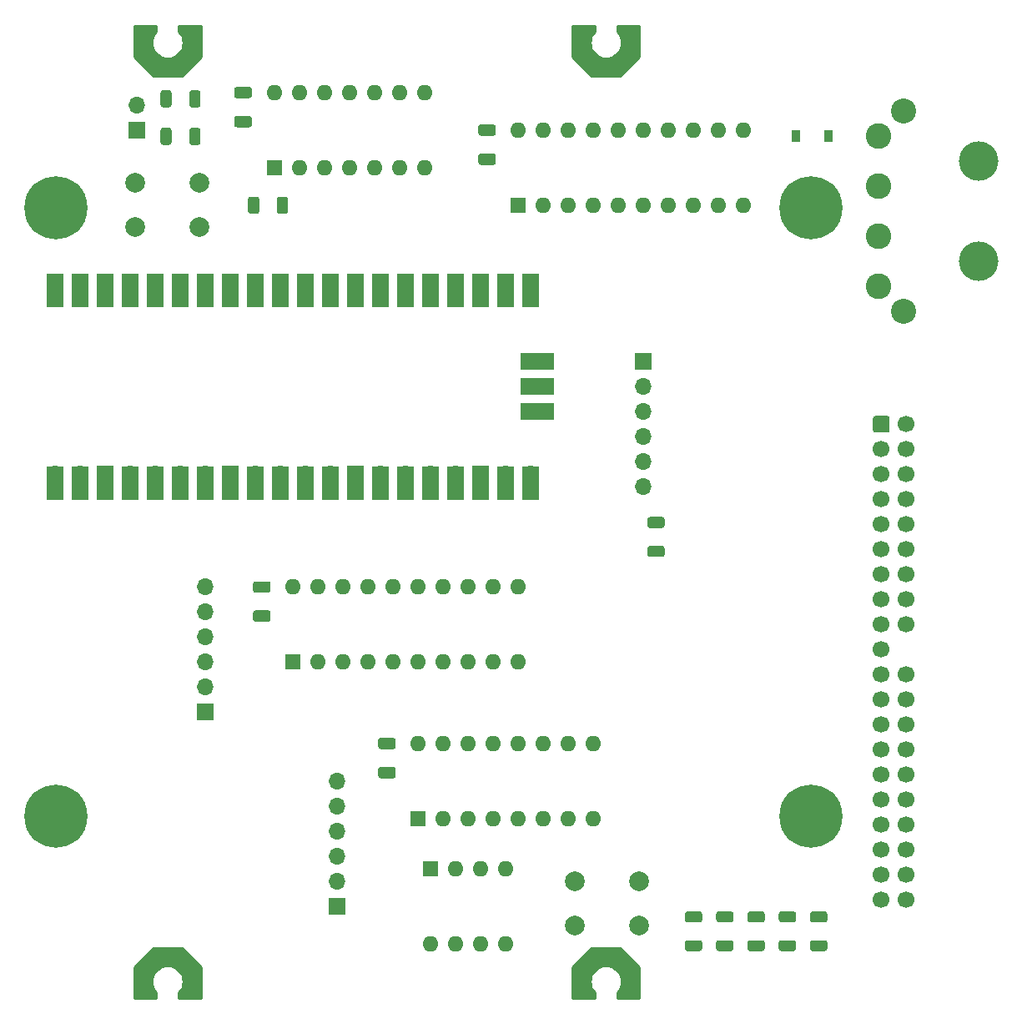
<source format=gbr>
%TF.GenerationSoftware,KiCad,Pcbnew,(5.1.9)-1*%
%TF.CreationDate,2021-10-24T18:26:44+08:00*%
%TF.ProjectId,XTA-35-TH,5854412d-3335-42d5-9448-2e6b69636164,rev?*%
%TF.SameCoordinates,Original*%
%TF.FileFunction,Soldermask,Top*%
%TF.FilePolarity,Negative*%
%FSLAX46Y46*%
G04 Gerber Fmt 4.6, Leading zero omitted, Abs format (unit mm)*
G04 Created by KiCad (PCBNEW (5.1.9)-1) date 2021-10-24 18:26:44*
%MOMM*%
%LPD*%
G01*
G04 APERTURE LIST*
%ADD10O,1.700000X1.700000*%
%ADD11R,1.700000X1.700000*%
%ADD12R,1.700000X3.500000*%
%ADD13R,3.500000X1.700000*%
%ADD14R,0.900000X1.200000*%
%ADD15O,1.600000X1.600000*%
%ADD16R,1.600000X1.600000*%
%ADD17C,1.700000*%
%ADD18C,1.000000*%
%ADD19C,2.000000*%
%ADD20C,2.540000*%
%ADD21C,4.000000*%
%ADD22C,2.600000*%
%ADD23C,6.400000*%
%ADD24C,0.254000*%
%ADD25C,0.100000*%
G04 APERTURE END LIST*
D10*
%TO.C,U5*%
X153035000Y-76200000D03*
X155575000Y-76200000D03*
D11*
X158115000Y-76200000D03*
D10*
X160655000Y-76200000D03*
X163195000Y-76200000D03*
X165735000Y-76200000D03*
X168275000Y-76200000D03*
D11*
X170815000Y-76200000D03*
D10*
X173355000Y-76200000D03*
X175895000Y-76200000D03*
X178435000Y-76200000D03*
X180975000Y-76200000D03*
D11*
X183515000Y-76200000D03*
D10*
X186055000Y-76200000D03*
X188595000Y-76200000D03*
X191135000Y-76200000D03*
X193675000Y-76200000D03*
D11*
X196215000Y-76200000D03*
D10*
X198755000Y-76200000D03*
X201295000Y-76200000D03*
X201295000Y-58420000D03*
X198755000Y-58420000D03*
D11*
X196215000Y-58420000D03*
D10*
X193675000Y-58420000D03*
X191135000Y-58420000D03*
X188595000Y-58420000D03*
X186055000Y-58420000D03*
D11*
X183515000Y-58420000D03*
D10*
X180975000Y-58420000D03*
X178435000Y-58420000D03*
X175895000Y-58420000D03*
X173355000Y-58420000D03*
D11*
X170815000Y-58420000D03*
D10*
X168275000Y-58420000D03*
X165735000Y-58420000D03*
X163195000Y-58420000D03*
X160655000Y-58420000D03*
D11*
X158115000Y-58420000D03*
D10*
X155575000Y-58420000D03*
X153035000Y-58420000D03*
D12*
X153035000Y-77100000D03*
X155575000Y-77100000D03*
X158115000Y-77100000D03*
X160655000Y-77100000D03*
X163195000Y-77100000D03*
X165735000Y-77100000D03*
X168275000Y-77100000D03*
X170815000Y-77100000D03*
X173355000Y-77100000D03*
X175895000Y-77100000D03*
X178435000Y-77100000D03*
X180975000Y-77100000D03*
X183515000Y-77100000D03*
X186055000Y-77100000D03*
X188595000Y-77100000D03*
X191135000Y-77100000D03*
X193675000Y-77100000D03*
X196215000Y-77100000D03*
X198755000Y-77100000D03*
X201295000Y-77100000D03*
X153035000Y-57520000D03*
X155575000Y-57520000D03*
X158115000Y-57520000D03*
X160655000Y-57520000D03*
X163195000Y-57520000D03*
X165735000Y-57520000D03*
X168275000Y-57520000D03*
X170815000Y-57520000D03*
X173355000Y-57520000D03*
X175895000Y-57520000D03*
X178435000Y-57520000D03*
X180975000Y-57520000D03*
X183515000Y-57520000D03*
X186055000Y-57520000D03*
X188595000Y-57520000D03*
X191135000Y-57520000D03*
X193675000Y-57520000D03*
X196215000Y-57520000D03*
X198755000Y-57520000D03*
X201295000Y-57520000D03*
D13*
X201965000Y-69850000D03*
D10*
X201065000Y-69850000D03*
D13*
X201965000Y-67310000D03*
D11*
X201065000Y-67310000D03*
D13*
X201965000Y-64770000D03*
D10*
X201065000Y-64770000D03*
%TD*%
D14*
%TO.C,D1*%
X231520000Y-41910000D03*
X228220000Y-41910000D03*
%TD*%
D15*
%TO.C,U3*%
X175260000Y-37465000D03*
X190500000Y-45085000D03*
X177800000Y-37465000D03*
X187960000Y-45085000D03*
X180340000Y-37465000D03*
X185420000Y-45085000D03*
X182880000Y-37465000D03*
X182880000Y-45085000D03*
X185420000Y-37465000D03*
X180340000Y-45085000D03*
X187960000Y-37465000D03*
X177800000Y-45085000D03*
X190500000Y-37465000D03*
D16*
X175260000Y-45085000D03*
%TD*%
D15*
%TO.C,U4*%
X189865000Y-103505000D03*
X207645000Y-111125000D03*
X192405000Y-103505000D03*
X205105000Y-111125000D03*
X194945000Y-103505000D03*
X202565000Y-111125000D03*
X197485000Y-103505000D03*
X200025000Y-111125000D03*
X200025000Y-103505000D03*
X197485000Y-111125000D03*
X202565000Y-103505000D03*
X194945000Y-111125000D03*
X205105000Y-103505000D03*
X192405000Y-111125000D03*
X207645000Y-103505000D03*
D16*
X189865000Y-111125000D03*
%TD*%
D15*
%TO.C,U1*%
X177165000Y-87630000D03*
X200025000Y-95250000D03*
X179705000Y-87630000D03*
X197485000Y-95250000D03*
X182245000Y-87630000D03*
X194945000Y-95250000D03*
X184785000Y-87630000D03*
X192405000Y-95250000D03*
X187325000Y-87630000D03*
X189865000Y-95250000D03*
X189865000Y-87630000D03*
X187325000Y-95250000D03*
X192405000Y-87630000D03*
X184785000Y-95250000D03*
X194945000Y-87630000D03*
X182245000Y-95250000D03*
X197485000Y-87630000D03*
X179705000Y-95250000D03*
X200025000Y-87630000D03*
D16*
X177165000Y-95250000D03*
%TD*%
D15*
%TO.C,U2*%
X200025000Y-41275000D03*
X222885000Y-48895000D03*
X202565000Y-41275000D03*
X220345000Y-48895000D03*
X205105000Y-41275000D03*
X217805000Y-48895000D03*
X207645000Y-41275000D03*
X215265000Y-48895000D03*
X210185000Y-41275000D03*
X212725000Y-48895000D03*
X212725000Y-41275000D03*
X210185000Y-48895000D03*
X215265000Y-41275000D03*
X207645000Y-48895000D03*
X217805000Y-41275000D03*
X205105000Y-48895000D03*
X220345000Y-41275000D03*
X202565000Y-48895000D03*
X222885000Y-41275000D03*
D16*
X200025000Y-48895000D03*
%TD*%
%TO.C,C2*%
G36*
G01*
X196199999Y-43650000D02*
X197500001Y-43650000D01*
G75*
G02*
X197750000Y-43899999I0J-249999D01*
G01*
X197750000Y-44550001D01*
G75*
G02*
X197500001Y-44800000I-249999J0D01*
G01*
X196199999Y-44800000D01*
G75*
G02*
X195950000Y-44550001I0J249999D01*
G01*
X195950000Y-43899999D01*
G75*
G02*
X196199999Y-43650000I249999J0D01*
G01*
G37*
G36*
G01*
X196199999Y-40700000D02*
X197500001Y-40700000D01*
G75*
G02*
X197750000Y-40949999I0J-249999D01*
G01*
X197750000Y-41600001D01*
G75*
G02*
X197500001Y-41850000I-249999J0D01*
G01*
X196199999Y-41850000D01*
G75*
G02*
X195950000Y-41600001I0J249999D01*
G01*
X195950000Y-40949999D01*
G75*
G02*
X196199999Y-40700000I249999J0D01*
G01*
G37*
%TD*%
%TO.C,C1*%
G36*
G01*
X173339999Y-90005000D02*
X174640001Y-90005000D01*
G75*
G02*
X174890000Y-90254999I0J-249999D01*
G01*
X174890000Y-90905001D01*
G75*
G02*
X174640001Y-91155000I-249999J0D01*
G01*
X173339999Y-91155000D01*
G75*
G02*
X173090000Y-90905001I0J249999D01*
G01*
X173090000Y-90254999D01*
G75*
G02*
X173339999Y-90005000I249999J0D01*
G01*
G37*
G36*
G01*
X173339999Y-87055000D02*
X174640001Y-87055000D01*
G75*
G02*
X174890000Y-87304999I0J-249999D01*
G01*
X174890000Y-87955001D01*
G75*
G02*
X174640001Y-88205000I-249999J0D01*
G01*
X173339999Y-88205000D01*
G75*
G02*
X173090000Y-87955001I0J249999D01*
G01*
X173090000Y-87304999D01*
G75*
G02*
X173339999Y-87055000I249999J0D01*
G01*
G37*
%TD*%
%TO.C,C4*%
G36*
G01*
X186039999Y-105880000D02*
X187340001Y-105880000D01*
G75*
G02*
X187590000Y-106129999I0J-249999D01*
G01*
X187590000Y-106780001D01*
G75*
G02*
X187340001Y-107030000I-249999J0D01*
G01*
X186039999Y-107030000D01*
G75*
G02*
X185790000Y-106780001I0J249999D01*
G01*
X185790000Y-106129999D01*
G75*
G02*
X186039999Y-105880000I249999J0D01*
G01*
G37*
G36*
G01*
X186039999Y-102930000D02*
X187340001Y-102930000D01*
G75*
G02*
X187590000Y-103179999I0J-249999D01*
G01*
X187590000Y-103830001D01*
G75*
G02*
X187340001Y-104080000I-249999J0D01*
G01*
X186039999Y-104080000D01*
G75*
G02*
X185790000Y-103830001I0J249999D01*
G01*
X185790000Y-103179999D01*
G75*
G02*
X186039999Y-102930000I249999J0D01*
G01*
G37*
%TD*%
%TO.C,C3*%
G36*
G01*
X171434999Y-39840000D02*
X172735001Y-39840000D01*
G75*
G02*
X172985000Y-40089999I0J-249999D01*
G01*
X172985000Y-40740001D01*
G75*
G02*
X172735001Y-40990000I-249999J0D01*
G01*
X171434999Y-40990000D01*
G75*
G02*
X171185000Y-40740001I0J249999D01*
G01*
X171185000Y-40089999D01*
G75*
G02*
X171434999Y-39840000I249999J0D01*
G01*
G37*
G36*
G01*
X171434999Y-36890000D02*
X172735001Y-36890000D01*
G75*
G02*
X172985000Y-37139999I0J-249999D01*
G01*
X172985000Y-37790001D01*
G75*
G02*
X172735001Y-38040000I-249999J0D01*
G01*
X171434999Y-38040000D01*
G75*
G02*
X171185000Y-37790001I0J249999D01*
G01*
X171185000Y-37139999D01*
G75*
G02*
X171434999Y-36890000I249999J0D01*
G01*
G37*
%TD*%
%TO.C,R4*%
G36*
G01*
X173725000Y-48269999D02*
X173725000Y-49520001D01*
G75*
G02*
X173475001Y-49770000I-249999J0D01*
G01*
X172849999Y-49770000D01*
G75*
G02*
X172600000Y-49520001I0J249999D01*
G01*
X172600000Y-48269999D01*
G75*
G02*
X172849999Y-48020000I249999J0D01*
G01*
X173475001Y-48020000D01*
G75*
G02*
X173725000Y-48269999I0J-249999D01*
G01*
G37*
G36*
G01*
X176650000Y-48269999D02*
X176650000Y-49520001D01*
G75*
G02*
X176400001Y-49770000I-249999J0D01*
G01*
X175774999Y-49770000D01*
G75*
G02*
X175525000Y-49520001I0J249999D01*
G01*
X175525000Y-48269999D01*
G75*
G02*
X175774999Y-48020000I249999J0D01*
G01*
X176400001Y-48020000D01*
G75*
G02*
X176650000Y-48269999I0J-249999D01*
G01*
G37*
%TD*%
D10*
%TO.C,J6*%
X212725000Y-77470000D03*
X212725000Y-74930000D03*
X212725000Y-72390000D03*
X212725000Y-69850000D03*
X212725000Y-67310000D03*
D11*
X212725000Y-64770000D03*
%TD*%
%TO.C,R3*%
G36*
G01*
X213369999Y-83450000D02*
X214620001Y-83450000D01*
G75*
G02*
X214870000Y-83699999I0J-249999D01*
G01*
X214870000Y-84325001D01*
G75*
G02*
X214620001Y-84575000I-249999J0D01*
G01*
X213369999Y-84575000D01*
G75*
G02*
X213120000Y-84325001I0J249999D01*
G01*
X213120000Y-83699999D01*
G75*
G02*
X213369999Y-83450000I249999J0D01*
G01*
G37*
G36*
G01*
X213369999Y-80525000D02*
X214620001Y-80525000D01*
G75*
G02*
X214870000Y-80774999I0J-249999D01*
G01*
X214870000Y-81400001D01*
G75*
G02*
X214620001Y-81650000I-249999J0D01*
G01*
X213369999Y-81650000D01*
G75*
G02*
X213120000Y-81400001I0J249999D01*
G01*
X213120000Y-80774999D01*
G75*
G02*
X213369999Y-80525000I249999J0D01*
G01*
G37*
%TD*%
D10*
%TO.C,J5*%
X168275000Y-87630000D03*
X168275000Y-90170000D03*
X168275000Y-92710000D03*
X168275000Y-95250000D03*
X168275000Y-97790000D03*
D11*
X168275000Y-100330000D03*
%TD*%
D10*
%TO.C,J4*%
X181610000Y-107315000D03*
X181610000Y-109855000D03*
X181610000Y-112395000D03*
X181610000Y-114935000D03*
X181610000Y-117475000D03*
D11*
X181610000Y-120015000D03*
%TD*%
D17*
%TO.C,J1*%
X239395000Y-119380000D03*
X239395000Y-116840000D03*
X239395000Y-114300000D03*
X239395000Y-111760000D03*
X239395000Y-109220000D03*
X239395000Y-106680000D03*
X239395000Y-104140000D03*
X239395000Y-101600000D03*
X239395000Y-99060000D03*
X239395000Y-96520000D03*
X239395000Y-91440000D03*
X239395000Y-88900000D03*
X239395000Y-86360000D03*
X239395000Y-83820000D03*
X239395000Y-81280000D03*
X239395000Y-78740000D03*
X239395000Y-76200000D03*
X239395000Y-73660000D03*
X239395000Y-71120000D03*
X236855000Y-119380000D03*
X236855000Y-116840000D03*
X236855000Y-114300000D03*
X236855000Y-111760000D03*
X236855000Y-109220000D03*
X236855000Y-106680000D03*
X236855000Y-104140000D03*
X236855000Y-101600000D03*
X236855000Y-99060000D03*
X236855000Y-96520000D03*
X236855000Y-93980000D03*
X236855000Y-91440000D03*
X236855000Y-88900000D03*
X236855000Y-86360000D03*
X236855000Y-83820000D03*
X236855000Y-81280000D03*
X236855000Y-78740000D03*
X236855000Y-76200000D03*
X236855000Y-73660000D03*
G36*
G01*
X236005000Y-71720000D02*
X236005000Y-70520000D01*
G75*
G02*
X236255000Y-70270000I250000J0D01*
G01*
X237455000Y-70270000D01*
G75*
G02*
X237705000Y-70520000I0J-250000D01*
G01*
X237705000Y-71720000D01*
G75*
G02*
X237455000Y-71970000I-250000J0D01*
G01*
X236255000Y-71970000D01*
G75*
G02*
X236005000Y-71720000I0J250000D01*
G01*
G37*
%TD*%
%TO.C,R2*%
G36*
G01*
X164835000Y-37474999D02*
X164835000Y-38725001D01*
G75*
G02*
X164585001Y-38975000I-249999J0D01*
G01*
X163959999Y-38975000D01*
G75*
G02*
X163710000Y-38725001I0J249999D01*
G01*
X163710000Y-37474999D01*
G75*
G02*
X163959999Y-37225000I249999J0D01*
G01*
X164585001Y-37225000D01*
G75*
G02*
X164835000Y-37474999I0J-249999D01*
G01*
G37*
G36*
G01*
X167760000Y-37474999D02*
X167760000Y-38725001D01*
G75*
G02*
X167510001Y-38975000I-249999J0D01*
G01*
X166884999Y-38975000D01*
G75*
G02*
X166635000Y-38725001I0J249999D01*
G01*
X166635000Y-37474999D01*
G75*
G02*
X166884999Y-37225000I249999J0D01*
G01*
X167510001Y-37225000D01*
G75*
G02*
X167760000Y-37474999I0J-249999D01*
G01*
G37*
%TD*%
%TO.C,R1*%
G36*
G01*
X166635000Y-42535001D02*
X166635000Y-41284999D01*
G75*
G02*
X166884999Y-41035000I249999J0D01*
G01*
X167510001Y-41035000D01*
G75*
G02*
X167760000Y-41284999I0J-249999D01*
G01*
X167760000Y-42535001D01*
G75*
G02*
X167510001Y-42785000I-249999J0D01*
G01*
X166884999Y-42785000D01*
G75*
G02*
X166635000Y-42535001I0J249999D01*
G01*
G37*
G36*
G01*
X163710000Y-42535001D02*
X163710000Y-41284999D01*
G75*
G02*
X163959999Y-41035000I249999J0D01*
G01*
X164585001Y-41035000D01*
G75*
G02*
X164835000Y-41284999I0J-249999D01*
G01*
X164835000Y-42535001D01*
G75*
G02*
X164585001Y-42785000I-249999J0D01*
G01*
X163959999Y-42785000D01*
G75*
G02*
X163710000Y-42535001I0J249999D01*
G01*
G37*
%TD*%
D18*
%TO.C,MH3*%
X161945449Y-128254482D03*
X166894495Y-127111904D03*
X166411547Y-126076220D03*
X163296537Y-125357063D03*
X166874551Y-128254482D03*
X161925505Y-127111904D03*
X162408453Y-126076220D03*
X165523463Y-125357063D03*
X164410000Y-125100000D03*
%TD*%
%TO.C,MH2*%
X211374551Y-31775518D03*
X206425505Y-32918096D03*
X206908453Y-33953780D03*
X210023463Y-34672937D03*
X206445449Y-31775518D03*
X211394495Y-32918096D03*
X210911547Y-33953780D03*
X207796537Y-34672937D03*
X208910000Y-34930000D03*
%TD*%
%TO.C,MH1*%
X166874551Y-31775518D03*
X161925505Y-32918096D03*
X162408453Y-33953780D03*
X165523463Y-34672937D03*
X161945449Y-31775518D03*
X166894495Y-32918096D03*
X166411547Y-33953780D03*
X163296537Y-34672937D03*
X164410000Y-34930000D03*
%TD*%
%TO.C,MH4*%
X206445449Y-128254482D03*
X211394495Y-127111904D03*
X210911547Y-126076220D03*
X207796537Y-125357063D03*
X211374551Y-128254482D03*
X206425505Y-127111904D03*
X206908453Y-126076220D03*
X210023463Y-125357063D03*
X208910000Y-125100000D03*
%TD*%
D19*
%TO.C,SW3*%
X161140000Y-51120000D03*
X161140000Y-46620000D03*
X167640000Y-51120000D03*
X167640000Y-46620000D03*
%TD*%
%TO.C,SW2*%
X212240000Y-117475000D03*
X212240000Y-121975000D03*
X205740000Y-117475000D03*
X205740000Y-121975000D03*
%TD*%
D16*
%TO.C,SW1*%
X191135000Y-116205000D03*
D15*
X198755000Y-123825000D03*
X193675000Y-116205000D03*
X196215000Y-123825000D03*
X196215000Y-116205000D03*
X193675000Y-123825000D03*
X198755000Y-116205000D03*
X191135000Y-123825000D03*
%TD*%
%TO.C,R9*%
G36*
G01*
X229879999Y-123455000D02*
X231130001Y-123455000D01*
G75*
G02*
X231380000Y-123704999I0J-249999D01*
G01*
X231380000Y-124330001D01*
G75*
G02*
X231130001Y-124580000I-249999J0D01*
G01*
X229879999Y-124580000D01*
G75*
G02*
X229630000Y-124330001I0J249999D01*
G01*
X229630000Y-123704999D01*
G75*
G02*
X229879999Y-123455000I249999J0D01*
G01*
G37*
G36*
G01*
X229879999Y-120530000D02*
X231130001Y-120530000D01*
G75*
G02*
X231380000Y-120779999I0J-249999D01*
G01*
X231380000Y-121405001D01*
G75*
G02*
X231130001Y-121655000I-249999J0D01*
G01*
X229879999Y-121655000D01*
G75*
G02*
X229630000Y-121405001I0J249999D01*
G01*
X229630000Y-120779999D01*
G75*
G02*
X229879999Y-120530000I249999J0D01*
G01*
G37*
%TD*%
%TO.C,R5*%
G36*
G01*
X217179999Y-123455000D02*
X218430001Y-123455000D01*
G75*
G02*
X218680000Y-123704999I0J-249999D01*
G01*
X218680000Y-124330001D01*
G75*
G02*
X218430001Y-124580000I-249999J0D01*
G01*
X217179999Y-124580000D01*
G75*
G02*
X216930000Y-124330001I0J249999D01*
G01*
X216930000Y-123704999D01*
G75*
G02*
X217179999Y-123455000I249999J0D01*
G01*
G37*
G36*
G01*
X217179999Y-120530000D02*
X218430001Y-120530000D01*
G75*
G02*
X218680000Y-120779999I0J-249999D01*
G01*
X218680000Y-121405001D01*
G75*
G02*
X218430001Y-121655000I-249999J0D01*
G01*
X217179999Y-121655000D01*
G75*
G02*
X216930000Y-121405001I0J249999D01*
G01*
X216930000Y-120779999D01*
G75*
G02*
X217179999Y-120530000I249999J0D01*
G01*
G37*
%TD*%
%TO.C,R7*%
G36*
G01*
X223529999Y-123455000D02*
X224780001Y-123455000D01*
G75*
G02*
X225030000Y-123704999I0J-249999D01*
G01*
X225030000Y-124330001D01*
G75*
G02*
X224780001Y-124580000I-249999J0D01*
G01*
X223529999Y-124580000D01*
G75*
G02*
X223280000Y-124330001I0J249999D01*
G01*
X223280000Y-123704999D01*
G75*
G02*
X223529999Y-123455000I249999J0D01*
G01*
G37*
G36*
G01*
X223529999Y-120530000D02*
X224780001Y-120530000D01*
G75*
G02*
X225030000Y-120779999I0J-249999D01*
G01*
X225030000Y-121405001D01*
G75*
G02*
X224780001Y-121655000I-249999J0D01*
G01*
X223529999Y-121655000D01*
G75*
G02*
X223280000Y-121405001I0J249999D01*
G01*
X223280000Y-120779999D01*
G75*
G02*
X223529999Y-120530000I249999J0D01*
G01*
G37*
%TD*%
%TO.C,R6*%
G36*
G01*
X220354999Y-123455000D02*
X221605001Y-123455000D01*
G75*
G02*
X221855000Y-123704999I0J-249999D01*
G01*
X221855000Y-124330001D01*
G75*
G02*
X221605001Y-124580000I-249999J0D01*
G01*
X220354999Y-124580000D01*
G75*
G02*
X220105000Y-124330001I0J249999D01*
G01*
X220105000Y-123704999D01*
G75*
G02*
X220354999Y-123455000I249999J0D01*
G01*
G37*
G36*
G01*
X220354999Y-120530000D02*
X221605001Y-120530000D01*
G75*
G02*
X221855000Y-120779999I0J-249999D01*
G01*
X221855000Y-121405001D01*
G75*
G02*
X221605001Y-121655000I-249999J0D01*
G01*
X220354999Y-121655000D01*
G75*
G02*
X220105000Y-121405001I0J249999D01*
G01*
X220105000Y-120779999D01*
G75*
G02*
X220354999Y-120530000I249999J0D01*
G01*
G37*
%TD*%
%TO.C,R8*%
G36*
G01*
X226704999Y-123455000D02*
X227955001Y-123455000D01*
G75*
G02*
X228205000Y-123704999I0J-249999D01*
G01*
X228205000Y-124330001D01*
G75*
G02*
X227955001Y-124580000I-249999J0D01*
G01*
X226704999Y-124580000D01*
G75*
G02*
X226455000Y-124330001I0J249999D01*
G01*
X226455000Y-123704999D01*
G75*
G02*
X226704999Y-123455000I249999J0D01*
G01*
G37*
G36*
G01*
X226704999Y-120530000D02*
X227955001Y-120530000D01*
G75*
G02*
X228205000Y-120779999I0J-249999D01*
G01*
X228205000Y-121405001D01*
G75*
G02*
X227955001Y-121655000I-249999J0D01*
G01*
X226704999Y-121655000D01*
G75*
G02*
X226455000Y-121405001I0J249999D01*
G01*
X226455000Y-120779999D01*
G75*
G02*
X226704999Y-120530000I249999J0D01*
G01*
G37*
%TD*%
D10*
%TO.C,J3*%
X161290000Y-38735000D03*
D11*
X161290000Y-41275000D03*
%TD*%
D20*
%TO.C,J2*%
X239090000Y-59690000D03*
D21*
X246710000Y-54610000D03*
D20*
X239090000Y-39370000D03*
D22*
X236550000Y-41910000D03*
X236550000Y-46990000D03*
X236550000Y-52070000D03*
X236550000Y-57150000D03*
D21*
X246710000Y-44450000D03*
%TD*%
D23*
%TO.C,MH5*%
X153090000Y-49150000D03*
%TD*%
%TO.C,MH7*%
X153090000Y-110870000D03*
%TD*%
%TO.C,MH8*%
X229690000Y-110870000D03*
%TD*%
%TO.C,MH6*%
X229690000Y-49150000D03*
%TD*%
D24*
X167783000Y-33837394D02*
X165857394Y-35763000D01*
X162962606Y-35763000D01*
X161037000Y-33837394D01*
X161037000Y-30660000D01*
X163278629Y-30660000D01*
X163278629Y-31258629D01*
X163115573Y-31449544D01*
X162984390Y-31663615D01*
X162888310Y-31895573D01*
X162829699Y-32139705D01*
X162810000Y-32390000D01*
X162829699Y-32640295D01*
X162888310Y-32884427D01*
X162984390Y-33116385D01*
X163115573Y-33330456D01*
X163278629Y-33521371D01*
X163469544Y-33684427D01*
X163683615Y-33815610D01*
X163915573Y-33911690D01*
X164159705Y-33970301D01*
X164410000Y-33990000D01*
X164660295Y-33970302D01*
X164904427Y-33911691D01*
X165136385Y-33815611D01*
X165350457Y-33684427D01*
X165541371Y-33521371D01*
X165704427Y-33330457D01*
X165835611Y-33116385D01*
X165931691Y-32884427D01*
X165990302Y-32640295D01*
X166010000Y-32390000D01*
X165990302Y-32139705D01*
X165931691Y-31895573D01*
X165835611Y-31663615D01*
X165704427Y-31449543D01*
X165541371Y-31258629D01*
X165541371Y-30660000D01*
X167783000Y-30659999D01*
X167783000Y-33837394D01*
D25*
G36*
X167783000Y-33837394D02*
G01*
X165857394Y-35763000D01*
X162962606Y-35763000D01*
X161037000Y-33837394D01*
X161037000Y-30660000D01*
X163278629Y-30660000D01*
X163278629Y-31258629D01*
X163115573Y-31449544D01*
X162984390Y-31663615D01*
X162888310Y-31895573D01*
X162829699Y-32139705D01*
X162810000Y-32390000D01*
X162829699Y-32640295D01*
X162888310Y-32884427D01*
X162984390Y-33116385D01*
X163115573Y-33330456D01*
X163278629Y-33521371D01*
X163469544Y-33684427D01*
X163683615Y-33815610D01*
X163915573Y-33911690D01*
X164159705Y-33970301D01*
X164410000Y-33990000D01*
X164660295Y-33970302D01*
X164904427Y-33911691D01*
X165136385Y-33815611D01*
X165350457Y-33684427D01*
X165541371Y-33521371D01*
X165704427Y-33330457D01*
X165835611Y-33116385D01*
X165931691Y-32884427D01*
X165990302Y-32640295D01*
X166010000Y-32390000D01*
X165990302Y-32139705D01*
X165931691Y-31895573D01*
X165835611Y-31663615D01*
X165704427Y-31449543D01*
X165541371Y-31258629D01*
X165541371Y-30660000D01*
X167783000Y-30659999D01*
X167783000Y-33837394D01*
G37*
D24*
X167783000Y-126192606D02*
X167783000Y-129360000D01*
X165541371Y-129360000D01*
X165541371Y-128771371D01*
X165704427Y-128580456D01*
X165835610Y-128366385D01*
X165931690Y-128134427D01*
X165990301Y-127890295D01*
X166010000Y-127640000D01*
X165990301Y-127389705D01*
X165931690Y-127145573D01*
X165835610Y-126913615D01*
X165704427Y-126699544D01*
X165541371Y-126508629D01*
X165350456Y-126345573D01*
X165136385Y-126214390D01*
X164904427Y-126118310D01*
X164660295Y-126059699D01*
X164410000Y-126040000D01*
X164159705Y-126059698D01*
X163915573Y-126118309D01*
X163683615Y-126214389D01*
X163469543Y-126345573D01*
X163278629Y-126508629D01*
X163115573Y-126699543D01*
X162984389Y-126913615D01*
X162888309Y-127145573D01*
X162829698Y-127389705D01*
X162810000Y-127640000D01*
X162829698Y-127890295D01*
X162888309Y-128134427D01*
X162984389Y-128366385D01*
X163115573Y-128580457D01*
X163278629Y-128771371D01*
X163278629Y-129360000D01*
X161037000Y-129360001D01*
X161037000Y-126192606D01*
X162962606Y-124267000D01*
X165857394Y-124267000D01*
X167783000Y-126192606D01*
D25*
G36*
X167783000Y-126192606D02*
G01*
X167783000Y-129360000D01*
X165541371Y-129360000D01*
X165541371Y-128771371D01*
X165704427Y-128580456D01*
X165835610Y-128366385D01*
X165931690Y-128134427D01*
X165990301Y-127890295D01*
X166010000Y-127640000D01*
X165990301Y-127389705D01*
X165931690Y-127145573D01*
X165835610Y-126913615D01*
X165704427Y-126699544D01*
X165541371Y-126508629D01*
X165350456Y-126345573D01*
X165136385Y-126214390D01*
X164904427Y-126118310D01*
X164660295Y-126059699D01*
X164410000Y-126040000D01*
X164159705Y-126059698D01*
X163915573Y-126118309D01*
X163683615Y-126214389D01*
X163469543Y-126345573D01*
X163278629Y-126508629D01*
X163115573Y-126699543D01*
X162984389Y-126913615D01*
X162888309Y-127145573D01*
X162829698Y-127389705D01*
X162810000Y-127640000D01*
X162829698Y-127890295D01*
X162888309Y-128134427D01*
X162984389Y-128366385D01*
X163115573Y-128580457D01*
X163278629Y-128771371D01*
X163278629Y-129360000D01*
X161037000Y-129360001D01*
X161037000Y-126192606D01*
X162962606Y-124267000D01*
X165857394Y-124267000D01*
X167783000Y-126192606D01*
G37*
D24*
X212233000Y-33837394D02*
X210307394Y-35763000D01*
X207412606Y-35763000D01*
X205487000Y-33837394D01*
X205487000Y-30660000D01*
X207778629Y-30660000D01*
X207778629Y-31258629D01*
X207615573Y-31449544D01*
X207484390Y-31663615D01*
X207388310Y-31895573D01*
X207329699Y-32139705D01*
X207310000Y-32390000D01*
X207329699Y-32640295D01*
X207388310Y-32884427D01*
X207484390Y-33116385D01*
X207615573Y-33330456D01*
X207778629Y-33521371D01*
X207969544Y-33684427D01*
X208183615Y-33815610D01*
X208415573Y-33911690D01*
X208659705Y-33970301D01*
X208910000Y-33990000D01*
X209160295Y-33970302D01*
X209404427Y-33911691D01*
X209636385Y-33815611D01*
X209850457Y-33684427D01*
X210041371Y-33521371D01*
X210204427Y-33330457D01*
X210335611Y-33116385D01*
X210431691Y-32884427D01*
X210490302Y-32640295D01*
X210510000Y-32390000D01*
X210490302Y-32139705D01*
X210431691Y-31895573D01*
X210335611Y-31663615D01*
X210204427Y-31449543D01*
X210041371Y-31258629D01*
X210041371Y-30660000D01*
X212233000Y-30659999D01*
X212233000Y-33837394D01*
D25*
G36*
X212233000Y-33837394D02*
G01*
X210307394Y-35763000D01*
X207412606Y-35763000D01*
X205487000Y-33837394D01*
X205487000Y-30660000D01*
X207778629Y-30660000D01*
X207778629Y-31258629D01*
X207615573Y-31449544D01*
X207484390Y-31663615D01*
X207388310Y-31895573D01*
X207329699Y-32139705D01*
X207310000Y-32390000D01*
X207329699Y-32640295D01*
X207388310Y-32884427D01*
X207484390Y-33116385D01*
X207615573Y-33330456D01*
X207778629Y-33521371D01*
X207969544Y-33684427D01*
X208183615Y-33815610D01*
X208415573Y-33911690D01*
X208659705Y-33970301D01*
X208910000Y-33990000D01*
X209160295Y-33970302D01*
X209404427Y-33911691D01*
X209636385Y-33815611D01*
X209850457Y-33684427D01*
X210041371Y-33521371D01*
X210204427Y-33330457D01*
X210335611Y-33116385D01*
X210431691Y-32884427D01*
X210490302Y-32640295D01*
X210510000Y-32390000D01*
X210490302Y-32139705D01*
X210431691Y-31895573D01*
X210335611Y-31663615D01*
X210204427Y-31449543D01*
X210041371Y-31258629D01*
X210041371Y-30660000D01*
X212233000Y-30659999D01*
X212233000Y-33837394D01*
G37*
D24*
X212233000Y-126192606D02*
X212233000Y-129360000D01*
X210041371Y-129360000D01*
X210041371Y-128771371D01*
X210204427Y-128580456D01*
X210335610Y-128366385D01*
X210431690Y-128134427D01*
X210490301Y-127890295D01*
X210510000Y-127640000D01*
X210490301Y-127389705D01*
X210431690Y-127145573D01*
X210335610Y-126913615D01*
X210204427Y-126699544D01*
X210041371Y-126508629D01*
X209850456Y-126345573D01*
X209636385Y-126214390D01*
X209404427Y-126118310D01*
X209160295Y-126059699D01*
X208910000Y-126040000D01*
X208659705Y-126059698D01*
X208415573Y-126118309D01*
X208183615Y-126214389D01*
X207969543Y-126345573D01*
X207778629Y-126508629D01*
X207615573Y-126699543D01*
X207484389Y-126913615D01*
X207388309Y-127145573D01*
X207329698Y-127389705D01*
X207310000Y-127640000D01*
X207329698Y-127890295D01*
X207388309Y-128134427D01*
X207484389Y-128366385D01*
X207615573Y-128580457D01*
X207778629Y-128771371D01*
X207778629Y-129360000D01*
X205487000Y-129360001D01*
X205487000Y-126192606D01*
X207412606Y-124267000D01*
X210307394Y-124267000D01*
X212233000Y-126192606D01*
D25*
G36*
X212233000Y-126192606D02*
G01*
X212233000Y-129360000D01*
X210041371Y-129360000D01*
X210041371Y-128771371D01*
X210204427Y-128580456D01*
X210335610Y-128366385D01*
X210431690Y-128134427D01*
X210490301Y-127890295D01*
X210510000Y-127640000D01*
X210490301Y-127389705D01*
X210431690Y-127145573D01*
X210335610Y-126913615D01*
X210204427Y-126699544D01*
X210041371Y-126508629D01*
X209850456Y-126345573D01*
X209636385Y-126214390D01*
X209404427Y-126118310D01*
X209160295Y-126059699D01*
X208910000Y-126040000D01*
X208659705Y-126059698D01*
X208415573Y-126118309D01*
X208183615Y-126214389D01*
X207969543Y-126345573D01*
X207778629Y-126508629D01*
X207615573Y-126699543D01*
X207484389Y-126913615D01*
X207388309Y-127145573D01*
X207329698Y-127389705D01*
X207310000Y-127640000D01*
X207329698Y-127890295D01*
X207388309Y-128134427D01*
X207484389Y-128366385D01*
X207615573Y-128580457D01*
X207778629Y-128771371D01*
X207778629Y-129360000D01*
X205487000Y-129360001D01*
X205487000Y-126192606D01*
X207412606Y-124267000D01*
X210307394Y-124267000D01*
X212233000Y-126192606D01*
G37*
M02*

</source>
